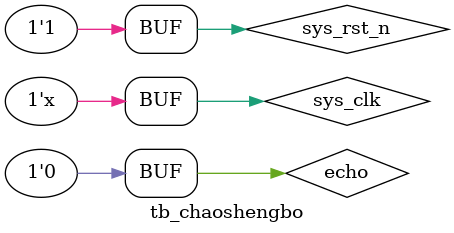
<source format=v>
`timescale  1ns/1ns 

module tb_chaoshengbo;
parameter  T = 20;                // 时钟周期为20ns

reg sys_clk;
reg sys_rst_n;
reg echo;

wire [3:0]  motor;

initial begin
    sys_clk            = 1'b0;
    sys_rst_n          = 1'b0;     // 复位
    #(T+1)  sys_rst_n  = 1'b1;     // 在第21ns的时候复位信号信号拉高
end
initial begin
echo=1'b0;#100;
echo=1'b1;#580020;
echo=1'b0;#3000000;
echo=1'b1;#500000;
echo=1'b0;
//#60000;
//$stop;
end
always #(T/2) sys_clk = ~sys_clk;

chaoshengbo u_chaoshengbo(
.sys_clk (sys_clk),
.sys_rst_n (sys_rst_n),
.echo (echo),

.motor (motor)
);

endmodule
</source>
